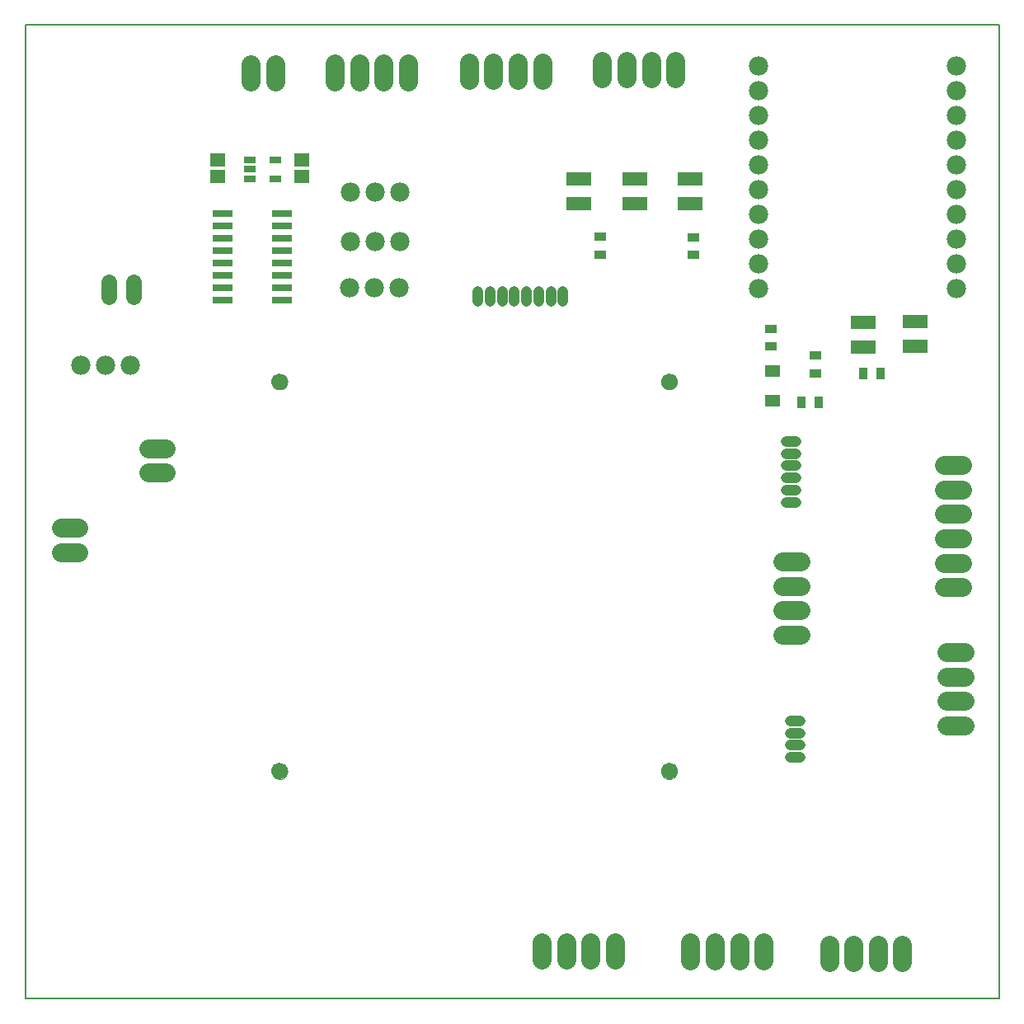
<source format=gts>
G75*
%MOIN*%
%OFA0B0*%
%FSLAX25Y25*%
%IPPOS*%
%LPD*%
%AMOC8*
5,1,8,0,0,1.08239X$1,22.5*
%
%ADD10C,0.00800*%
%ADD11C,0.00000*%
%ADD12C,0.06699*%
%ADD13R,0.06306X0.05518*%
%ADD14C,0.07605*%
%ADD15C,0.06400*%
%ADD16C,0.04369*%
%ADD17C,0.07800*%
%ADD18R,0.05912X0.05124*%
%ADD19R,0.10400X0.05400*%
%ADD20R,0.05124X0.02565*%
%ADD21R,0.08400X0.03000*%
%ADD22R,0.05124X0.03550*%
%ADD23R,0.03550X0.05124*%
D10*
X0075655Y0047033D02*
X0469356Y0047033D01*
X0469356Y0440734D01*
X0075655Y0440734D01*
X0075655Y0047033D01*
D11*
X0175261Y0138962D02*
X0175263Y0139074D01*
X0175269Y0139185D01*
X0175279Y0139297D01*
X0175293Y0139408D01*
X0175310Y0139518D01*
X0175332Y0139628D01*
X0175358Y0139737D01*
X0175387Y0139845D01*
X0175420Y0139951D01*
X0175457Y0140057D01*
X0175498Y0140161D01*
X0175543Y0140264D01*
X0175591Y0140365D01*
X0175642Y0140464D01*
X0175697Y0140561D01*
X0175756Y0140656D01*
X0175817Y0140750D01*
X0175882Y0140841D01*
X0175951Y0140929D01*
X0176022Y0141015D01*
X0176096Y0141099D01*
X0176174Y0141179D01*
X0176254Y0141257D01*
X0176337Y0141333D01*
X0176422Y0141405D01*
X0176510Y0141474D01*
X0176600Y0141540D01*
X0176693Y0141602D01*
X0176788Y0141662D01*
X0176885Y0141718D01*
X0176983Y0141770D01*
X0177084Y0141819D01*
X0177186Y0141864D01*
X0177290Y0141906D01*
X0177395Y0141944D01*
X0177502Y0141978D01*
X0177609Y0142008D01*
X0177718Y0142035D01*
X0177827Y0142057D01*
X0177938Y0142076D01*
X0178048Y0142091D01*
X0178160Y0142102D01*
X0178271Y0142109D01*
X0178383Y0142112D01*
X0178495Y0142111D01*
X0178607Y0142106D01*
X0178718Y0142097D01*
X0178829Y0142084D01*
X0178940Y0142067D01*
X0179050Y0142047D01*
X0179159Y0142022D01*
X0179267Y0141994D01*
X0179374Y0141961D01*
X0179480Y0141925D01*
X0179584Y0141885D01*
X0179687Y0141842D01*
X0179789Y0141795D01*
X0179888Y0141744D01*
X0179986Y0141690D01*
X0180082Y0141632D01*
X0180176Y0141571D01*
X0180267Y0141507D01*
X0180356Y0141440D01*
X0180443Y0141369D01*
X0180527Y0141295D01*
X0180609Y0141219D01*
X0180687Y0141139D01*
X0180763Y0141057D01*
X0180836Y0140972D01*
X0180906Y0140885D01*
X0180972Y0140795D01*
X0181036Y0140703D01*
X0181096Y0140609D01*
X0181153Y0140513D01*
X0181206Y0140414D01*
X0181256Y0140314D01*
X0181302Y0140213D01*
X0181345Y0140109D01*
X0181384Y0140004D01*
X0181419Y0139898D01*
X0181450Y0139791D01*
X0181478Y0139682D01*
X0181501Y0139573D01*
X0181521Y0139463D01*
X0181537Y0139352D01*
X0181549Y0139241D01*
X0181557Y0139130D01*
X0181561Y0139018D01*
X0181561Y0138906D01*
X0181557Y0138794D01*
X0181549Y0138683D01*
X0181537Y0138572D01*
X0181521Y0138461D01*
X0181501Y0138351D01*
X0181478Y0138242D01*
X0181450Y0138133D01*
X0181419Y0138026D01*
X0181384Y0137920D01*
X0181345Y0137815D01*
X0181302Y0137711D01*
X0181256Y0137610D01*
X0181206Y0137510D01*
X0181153Y0137411D01*
X0181096Y0137315D01*
X0181036Y0137221D01*
X0180972Y0137129D01*
X0180906Y0137039D01*
X0180836Y0136952D01*
X0180763Y0136867D01*
X0180687Y0136785D01*
X0180609Y0136705D01*
X0180527Y0136629D01*
X0180443Y0136555D01*
X0180356Y0136484D01*
X0180267Y0136417D01*
X0180176Y0136353D01*
X0180082Y0136292D01*
X0179986Y0136234D01*
X0179888Y0136180D01*
X0179789Y0136129D01*
X0179687Y0136082D01*
X0179584Y0136039D01*
X0179480Y0135999D01*
X0179374Y0135963D01*
X0179267Y0135930D01*
X0179159Y0135902D01*
X0179050Y0135877D01*
X0178940Y0135857D01*
X0178829Y0135840D01*
X0178718Y0135827D01*
X0178607Y0135818D01*
X0178495Y0135813D01*
X0178383Y0135812D01*
X0178271Y0135815D01*
X0178160Y0135822D01*
X0178048Y0135833D01*
X0177938Y0135848D01*
X0177827Y0135867D01*
X0177718Y0135889D01*
X0177609Y0135916D01*
X0177502Y0135946D01*
X0177395Y0135980D01*
X0177290Y0136018D01*
X0177186Y0136060D01*
X0177084Y0136105D01*
X0176983Y0136154D01*
X0176885Y0136206D01*
X0176788Y0136262D01*
X0176693Y0136322D01*
X0176600Y0136384D01*
X0176510Y0136450D01*
X0176422Y0136519D01*
X0176337Y0136591D01*
X0176254Y0136667D01*
X0176174Y0136745D01*
X0176096Y0136825D01*
X0176022Y0136909D01*
X0175951Y0136995D01*
X0175882Y0137083D01*
X0175817Y0137174D01*
X0175756Y0137268D01*
X0175697Y0137363D01*
X0175642Y0137460D01*
X0175591Y0137559D01*
X0175543Y0137660D01*
X0175498Y0137763D01*
X0175457Y0137867D01*
X0175420Y0137973D01*
X0175387Y0138079D01*
X0175358Y0138187D01*
X0175332Y0138296D01*
X0175310Y0138406D01*
X0175293Y0138516D01*
X0175279Y0138627D01*
X0175269Y0138739D01*
X0175263Y0138850D01*
X0175261Y0138962D01*
X0332741Y0138962D02*
X0332743Y0139074D01*
X0332749Y0139185D01*
X0332759Y0139297D01*
X0332773Y0139408D01*
X0332790Y0139518D01*
X0332812Y0139628D01*
X0332838Y0139737D01*
X0332867Y0139845D01*
X0332900Y0139951D01*
X0332937Y0140057D01*
X0332978Y0140161D01*
X0333023Y0140264D01*
X0333071Y0140365D01*
X0333122Y0140464D01*
X0333177Y0140561D01*
X0333236Y0140656D01*
X0333297Y0140750D01*
X0333362Y0140841D01*
X0333431Y0140929D01*
X0333502Y0141015D01*
X0333576Y0141099D01*
X0333654Y0141179D01*
X0333734Y0141257D01*
X0333817Y0141333D01*
X0333902Y0141405D01*
X0333990Y0141474D01*
X0334080Y0141540D01*
X0334173Y0141602D01*
X0334268Y0141662D01*
X0334365Y0141718D01*
X0334463Y0141770D01*
X0334564Y0141819D01*
X0334666Y0141864D01*
X0334770Y0141906D01*
X0334875Y0141944D01*
X0334982Y0141978D01*
X0335089Y0142008D01*
X0335198Y0142035D01*
X0335307Y0142057D01*
X0335418Y0142076D01*
X0335528Y0142091D01*
X0335640Y0142102D01*
X0335751Y0142109D01*
X0335863Y0142112D01*
X0335975Y0142111D01*
X0336087Y0142106D01*
X0336198Y0142097D01*
X0336309Y0142084D01*
X0336420Y0142067D01*
X0336530Y0142047D01*
X0336639Y0142022D01*
X0336747Y0141994D01*
X0336854Y0141961D01*
X0336960Y0141925D01*
X0337064Y0141885D01*
X0337167Y0141842D01*
X0337269Y0141795D01*
X0337368Y0141744D01*
X0337466Y0141690D01*
X0337562Y0141632D01*
X0337656Y0141571D01*
X0337747Y0141507D01*
X0337836Y0141440D01*
X0337923Y0141369D01*
X0338007Y0141295D01*
X0338089Y0141219D01*
X0338167Y0141139D01*
X0338243Y0141057D01*
X0338316Y0140972D01*
X0338386Y0140885D01*
X0338452Y0140795D01*
X0338516Y0140703D01*
X0338576Y0140609D01*
X0338633Y0140513D01*
X0338686Y0140414D01*
X0338736Y0140314D01*
X0338782Y0140213D01*
X0338825Y0140109D01*
X0338864Y0140004D01*
X0338899Y0139898D01*
X0338930Y0139791D01*
X0338958Y0139682D01*
X0338981Y0139573D01*
X0339001Y0139463D01*
X0339017Y0139352D01*
X0339029Y0139241D01*
X0339037Y0139130D01*
X0339041Y0139018D01*
X0339041Y0138906D01*
X0339037Y0138794D01*
X0339029Y0138683D01*
X0339017Y0138572D01*
X0339001Y0138461D01*
X0338981Y0138351D01*
X0338958Y0138242D01*
X0338930Y0138133D01*
X0338899Y0138026D01*
X0338864Y0137920D01*
X0338825Y0137815D01*
X0338782Y0137711D01*
X0338736Y0137610D01*
X0338686Y0137510D01*
X0338633Y0137411D01*
X0338576Y0137315D01*
X0338516Y0137221D01*
X0338452Y0137129D01*
X0338386Y0137039D01*
X0338316Y0136952D01*
X0338243Y0136867D01*
X0338167Y0136785D01*
X0338089Y0136705D01*
X0338007Y0136629D01*
X0337923Y0136555D01*
X0337836Y0136484D01*
X0337747Y0136417D01*
X0337656Y0136353D01*
X0337562Y0136292D01*
X0337466Y0136234D01*
X0337368Y0136180D01*
X0337269Y0136129D01*
X0337167Y0136082D01*
X0337064Y0136039D01*
X0336960Y0135999D01*
X0336854Y0135963D01*
X0336747Y0135930D01*
X0336639Y0135902D01*
X0336530Y0135877D01*
X0336420Y0135857D01*
X0336309Y0135840D01*
X0336198Y0135827D01*
X0336087Y0135818D01*
X0335975Y0135813D01*
X0335863Y0135812D01*
X0335751Y0135815D01*
X0335640Y0135822D01*
X0335528Y0135833D01*
X0335418Y0135848D01*
X0335307Y0135867D01*
X0335198Y0135889D01*
X0335089Y0135916D01*
X0334982Y0135946D01*
X0334875Y0135980D01*
X0334770Y0136018D01*
X0334666Y0136060D01*
X0334564Y0136105D01*
X0334463Y0136154D01*
X0334365Y0136206D01*
X0334268Y0136262D01*
X0334173Y0136322D01*
X0334080Y0136384D01*
X0333990Y0136450D01*
X0333902Y0136519D01*
X0333817Y0136591D01*
X0333734Y0136667D01*
X0333654Y0136745D01*
X0333576Y0136825D01*
X0333502Y0136909D01*
X0333431Y0136995D01*
X0333362Y0137083D01*
X0333297Y0137174D01*
X0333236Y0137268D01*
X0333177Y0137363D01*
X0333122Y0137460D01*
X0333071Y0137559D01*
X0333023Y0137660D01*
X0332978Y0137763D01*
X0332937Y0137867D01*
X0332900Y0137973D01*
X0332867Y0138079D01*
X0332838Y0138187D01*
X0332812Y0138296D01*
X0332790Y0138406D01*
X0332773Y0138516D01*
X0332759Y0138627D01*
X0332749Y0138739D01*
X0332743Y0138850D01*
X0332741Y0138962D01*
X0332741Y0296443D02*
X0332743Y0296555D01*
X0332749Y0296666D01*
X0332759Y0296778D01*
X0332773Y0296889D01*
X0332790Y0296999D01*
X0332812Y0297109D01*
X0332838Y0297218D01*
X0332867Y0297326D01*
X0332900Y0297432D01*
X0332937Y0297538D01*
X0332978Y0297642D01*
X0333023Y0297745D01*
X0333071Y0297846D01*
X0333122Y0297945D01*
X0333177Y0298042D01*
X0333236Y0298137D01*
X0333297Y0298231D01*
X0333362Y0298322D01*
X0333431Y0298410D01*
X0333502Y0298496D01*
X0333576Y0298580D01*
X0333654Y0298660D01*
X0333734Y0298738D01*
X0333817Y0298814D01*
X0333902Y0298886D01*
X0333990Y0298955D01*
X0334080Y0299021D01*
X0334173Y0299083D01*
X0334268Y0299143D01*
X0334365Y0299199D01*
X0334463Y0299251D01*
X0334564Y0299300D01*
X0334666Y0299345D01*
X0334770Y0299387D01*
X0334875Y0299425D01*
X0334982Y0299459D01*
X0335089Y0299489D01*
X0335198Y0299516D01*
X0335307Y0299538D01*
X0335418Y0299557D01*
X0335528Y0299572D01*
X0335640Y0299583D01*
X0335751Y0299590D01*
X0335863Y0299593D01*
X0335975Y0299592D01*
X0336087Y0299587D01*
X0336198Y0299578D01*
X0336309Y0299565D01*
X0336420Y0299548D01*
X0336530Y0299528D01*
X0336639Y0299503D01*
X0336747Y0299475D01*
X0336854Y0299442D01*
X0336960Y0299406D01*
X0337064Y0299366D01*
X0337167Y0299323D01*
X0337269Y0299276D01*
X0337368Y0299225D01*
X0337466Y0299171D01*
X0337562Y0299113D01*
X0337656Y0299052D01*
X0337747Y0298988D01*
X0337836Y0298921D01*
X0337923Y0298850D01*
X0338007Y0298776D01*
X0338089Y0298700D01*
X0338167Y0298620D01*
X0338243Y0298538D01*
X0338316Y0298453D01*
X0338386Y0298366D01*
X0338452Y0298276D01*
X0338516Y0298184D01*
X0338576Y0298090D01*
X0338633Y0297994D01*
X0338686Y0297895D01*
X0338736Y0297795D01*
X0338782Y0297694D01*
X0338825Y0297590D01*
X0338864Y0297485D01*
X0338899Y0297379D01*
X0338930Y0297272D01*
X0338958Y0297163D01*
X0338981Y0297054D01*
X0339001Y0296944D01*
X0339017Y0296833D01*
X0339029Y0296722D01*
X0339037Y0296611D01*
X0339041Y0296499D01*
X0339041Y0296387D01*
X0339037Y0296275D01*
X0339029Y0296164D01*
X0339017Y0296053D01*
X0339001Y0295942D01*
X0338981Y0295832D01*
X0338958Y0295723D01*
X0338930Y0295614D01*
X0338899Y0295507D01*
X0338864Y0295401D01*
X0338825Y0295296D01*
X0338782Y0295192D01*
X0338736Y0295091D01*
X0338686Y0294991D01*
X0338633Y0294892D01*
X0338576Y0294796D01*
X0338516Y0294702D01*
X0338452Y0294610D01*
X0338386Y0294520D01*
X0338316Y0294433D01*
X0338243Y0294348D01*
X0338167Y0294266D01*
X0338089Y0294186D01*
X0338007Y0294110D01*
X0337923Y0294036D01*
X0337836Y0293965D01*
X0337747Y0293898D01*
X0337656Y0293834D01*
X0337562Y0293773D01*
X0337466Y0293715D01*
X0337368Y0293661D01*
X0337269Y0293610D01*
X0337167Y0293563D01*
X0337064Y0293520D01*
X0336960Y0293480D01*
X0336854Y0293444D01*
X0336747Y0293411D01*
X0336639Y0293383D01*
X0336530Y0293358D01*
X0336420Y0293338D01*
X0336309Y0293321D01*
X0336198Y0293308D01*
X0336087Y0293299D01*
X0335975Y0293294D01*
X0335863Y0293293D01*
X0335751Y0293296D01*
X0335640Y0293303D01*
X0335528Y0293314D01*
X0335418Y0293329D01*
X0335307Y0293348D01*
X0335198Y0293370D01*
X0335089Y0293397D01*
X0334982Y0293427D01*
X0334875Y0293461D01*
X0334770Y0293499D01*
X0334666Y0293541D01*
X0334564Y0293586D01*
X0334463Y0293635D01*
X0334365Y0293687D01*
X0334268Y0293743D01*
X0334173Y0293803D01*
X0334080Y0293865D01*
X0333990Y0293931D01*
X0333902Y0294000D01*
X0333817Y0294072D01*
X0333734Y0294148D01*
X0333654Y0294226D01*
X0333576Y0294306D01*
X0333502Y0294390D01*
X0333431Y0294476D01*
X0333362Y0294564D01*
X0333297Y0294655D01*
X0333236Y0294749D01*
X0333177Y0294844D01*
X0333122Y0294941D01*
X0333071Y0295040D01*
X0333023Y0295141D01*
X0332978Y0295244D01*
X0332937Y0295348D01*
X0332900Y0295454D01*
X0332867Y0295560D01*
X0332838Y0295668D01*
X0332812Y0295777D01*
X0332790Y0295887D01*
X0332773Y0295997D01*
X0332759Y0296108D01*
X0332749Y0296220D01*
X0332743Y0296331D01*
X0332741Y0296443D01*
X0175261Y0296443D02*
X0175263Y0296555D01*
X0175269Y0296666D01*
X0175279Y0296778D01*
X0175293Y0296889D01*
X0175310Y0296999D01*
X0175332Y0297109D01*
X0175358Y0297218D01*
X0175387Y0297326D01*
X0175420Y0297432D01*
X0175457Y0297538D01*
X0175498Y0297642D01*
X0175543Y0297745D01*
X0175591Y0297846D01*
X0175642Y0297945D01*
X0175697Y0298042D01*
X0175756Y0298137D01*
X0175817Y0298231D01*
X0175882Y0298322D01*
X0175951Y0298410D01*
X0176022Y0298496D01*
X0176096Y0298580D01*
X0176174Y0298660D01*
X0176254Y0298738D01*
X0176337Y0298814D01*
X0176422Y0298886D01*
X0176510Y0298955D01*
X0176600Y0299021D01*
X0176693Y0299083D01*
X0176788Y0299143D01*
X0176885Y0299199D01*
X0176983Y0299251D01*
X0177084Y0299300D01*
X0177186Y0299345D01*
X0177290Y0299387D01*
X0177395Y0299425D01*
X0177502Y0299459D01*
X0177609Y0299489D01*
X0177718Y0299516D01*
X0177827Y0299538D01*
X0177938Y0299557D01*
X0178048Y0299572D01*
X0178160Y0299583D01*
X0178271Y0299590D01*
X0178383Y0299593D01*
X0178495Y0299592D01*
X0178607Y0299587D01*
X0178718Y0299578D01*
X0178829Y0299565D01*
X0178940Y0299548D01*
X0179050Y0299528D01*
X0179159Y0299503D01*
X0179267Y0299475D01*
X0179374Y0299442D01*
X0179480Y0299406D01*
X0179584Y0299366D01*
X0179687Y0299323D01*
X0179789Y0299276D01*
X0179888Y0299225D01*
X0179986Y0299171D01*
X0180082Y0299113D01*
X0180176Y0299052D01*
X0180267Y0298988D01*
X0180356Y0298921D01*
X0180443Y0298850D01*
X0180527Y0298776D01*
X0180609Y0298700D01*
X0180687Y0298620D01*
X0180763Y0298538D01*
X0180836Y0298453D01*
X0180906Y0298366D01*
X0180972Y0298276D01*
X0181036Y0298184D01*
X0181096Y0298090D01*
X0181153Y0297994D01*
X0181206Y0297895D01*
X0181256Y0297795D01*
X0181302Y0297694D01*
X0181345Y0297590D01*
X0181384Y0297485D01*
X0181419Y0297379D01*
X0181450Y0297272D01*
X0181478Y0297163D01*
X0181501Y0297054D01*
X0181521Y0296944D01*
X0181537Y0296833D01*
X0181549Y0296722D01*
X0181557Y0296611D01*
X0181561Y0296499D01*
X0181561Y0296387D01*
X0181557Y0296275D01*
X0181549Y0296164D01*
X0181537Y0296053D01*
X0181521Y0295942D01*
X0181501Y0295832D01*
X0181478Y0295723D01*
X0181450Y0295614D01*
X0181419Y0295507D01*
X0181384Y0295401D01*
X0181345Y0295296D01*
X0181302Y0295192D01*
X0181256Y0295091D01*
X0181206Y0294991D01*
X0181153Y0294892D01*
X0181096Y0294796D01*
X0181036Y0294702D01*
X0180972Y0294610D01*
X0180906Y0294520D01*
X0180836Y0294433D01*
X0180763Y0294348D01*
X0180687Y0294266D01*
X0180609Y0294186D01*
X0180527Y0294110D01*
X0180443Y0294036D01*
X0180356Y0293965D01*
X0180267Y0293898D01*
X0180176Y0293834D01*
X0180082Y0293773D01*
X0179986Y0293715D01*
X0179888Y0293661D01*
X0179789Y0293610D01*
X0179687Y0293563D01*
X0179584Y0293520D01*
X0179480Y0293480D01*
X0179374Y0293444D01*
X0179267Y0293411D01*
X0179159Y0293383D01*
X0179050Y0293358D01*
X0178940Y0293338D01*
X0178829Y0293321D01*
X0178718Y0293308D01*
X0178607Y0293299D01*
X0178495Y0293294D01*
X0178383Y0293293D01*
X0178271Y0293296D01*
X0178160Y0293303D01*
X0178048Y0293314D01*
X0177938Y0293329D01*
X0177827Y0293348D01*
X0177718Y0293370D01*
X0177609Y0293397D01*
X0177502Y0293427D01*
X0177395Y0293461D01*
X0177290Y0293499D01*
X0177186Y0293541D01*
X0177084Y0293586D01*
X0176983Y0293635D01*
X0176885Y0293687D01*
X0176788Y0293743D01*
X0176693Y0293803D01*
X0176600Y0293865D01*
X0176510Y0293931D01*
X0176422Y0294000D01*
X0176337Y0294072D01*
X0176254Y0294148D01*
X0176174Y0294226D01*
X0176096Y0294306D01*
X0176022Y0294390D01*
X0175951Y0294476D01*
X0175882Y0294564D01*
X0175817Y0294655D01*
X0175756Y0294749D01*
X0175697Y0294844D01*
X0175642Y0294941D01*
X0175591Y0295040D01*
X0175543Y0295141D01*
X0175498Y0295244D01*
X0175457Y0295348D01*
X0175420Y0295454D01*
X0175387Y0295560D01*
X0175358Y0295668D01*
X0175332Y0295777D01*
X0175310Y0295887D01*
X0175293Y0295997D01*
X0175279Y0296108D01*
X0175269Y0296220D01*
X0175263Y0296331D01*
X0175261Y0296443D01*
D12*
X0178411Y0296443D03*
X0335891Y0296443D03*
X0335891Y0138962D03*
X0178411Y0138962D03*
D13*
X0187348Y0379277D03*
X0187348Y0385970D03*
X0153332Y0385970D03*
X0153332Y0379277D03*
D14*
X0166876Y0417683D02*
X0166876Y0424887D01*
X0176718Y0424887D02*
X0176718Y0417683D01*
X0200813Y0417860D02*
X0200813Y0425065D01*
X0210655Y0425065D02*
X0210655Y0417860D01*
X0220498Y0417860D02*
X0220498Y0425065D01*
X0230340Y0425065D02*
X0230340Y0417860D01*
X0255045Y0418372D02*
X0255045Y0425576D01*
X0264887Y0425576D02*
X0264887Y0418372D01*
X0274730Y0418372D02*
X0274730Y0425576D01*
X0284572Y0425576D02*
X0284572Y0418372D01*
X0308883Y0419002D02*
X0308883Y0426206D01*
X0318726Y0426206D02*
X0318726Y0419002D01*
X0328569Y0419002D02*
X0328569Y0426206D01*
X0338411Y0426206D02*
X0338411Y0419002D01*
X0447210Y0262624D02*
X0454415Y0262624D01*
X0454415Y0252781D02*
X0447210Y0252781D01*
X0447210Y0242939D02*
X0454415Y0242939D01*
X0454415Y0233096D02*
X0447210Y0233096D01*
X0447210Y0223254D02*
X0454415Y0223254D01*
X0454415Y0213411D02*
X0447210Y0213411D01*
X0448037Y0187072D02*
X0455242Y0187072D01*
X0455242Y0177230D02*
X0448037Y0177230D01*
X0448037Y0167387D02*
X0455242Y0167387D01*
X0455242Y0157545D02*
X0448037Y0157545D01*
X0388903Y0194159D02*
X0381698Y0194159D01*
X0381698Y0204002D02*
X0388903Y0204002D01*
X0388903Y0213844D02*
X0381698Y0213844D01*
X0381698Y0223687D02*
X0388903Y0223687D01*
X0374080Y0069769D02*
X0374080Y0062565D01*
X0364238Y0062565D02*
X0364238Y0069769D01*
X0354395Y0069769D02*
X0354395Y0062565D01*
X0344553Y0062565D02*
X0344553Y0069769D01*
X0313962Y0069887D02*
X0313962Y0062683D01*
X0304120Y0062683D02*
X0304120Y0069887D01*
X0294277Y0069887D02*
X0294277Y0062683D01*
X0284435Y0062683D02*
X0284435Y0069887D01*
X0400616Y0068903D02*
X0400616Y0061698D01*
X0410458Y0061698D02*
X0410458Y0068903D01*
X0420301Y0068903D02*
X0420301Y0061698D01*
X0430143Y0061698D02*
X0430143Y0068903D01*
X0132525Y0259631D02*
X0125320Y0259631D01*
X0125320Y0269474D02*
X0132525Y0269474D01*
X0097210Y0237387D02*
X0090006Y0237387D01*
X0090006Y0227545D02*
X0097210Y0227545D01*
D15*
X0109494Y0330628D02*
X0109494Y0336628D01*
X0119494Y0336628D02*
X0119494Y0330628D01*
D16*
X0258391Y0329222D02*
X0258391Y0333191D01*
X0263313Y0333191D02*
X0263313Y0329222D01*
X0268234Y0329222D02*
X0268234Y0333191D01*
X0273155Y0333191D02*
X0273155Y0329222D01*
X0278076Y0329222D02*
X0278076Y0333191D01*
X0282998Y0333191D02*
X0282998Y0329222D01*
X0287919Y0329222D02*
X0287919Y0333191D01*
X0292840Y0333191D02*
X0292840Y0329222D01*
X0383041Y0272486D02*
X0387009Y0272486D01*
X0387009Y0267565D02*
X0383041Y0267565D01*
X0383041Y0262643D02*
X0387009Y0262643D01*
X0387009Y0257722D02*
X0383041Y0257722D01*
X0383041Y0252801D02*
X0387009Y0252801D01*
X0387009Y0247880D02*
X0383041Y0247880D01*
X0384616Y0159474D02*
X0388584Y0159474D01*
X0388584Y0154553D02*
X0384616Y0154553D01*
X0384616Y0149631D02*
X0388584Y0149631D01*
X0388584Y0144710D02*
X0384616Y0144710D01*
D17*
X0372072Y0334120D03*
X0372072Y0344120D03*
X0372072Y0354120D03*
X0372072Y0364120D03*
X0372072Y0374120D03*
X0372072Y0384120D03*
X0372072Y0394120D03*
X0372072Y0404120D03*
X0372072Y0414120D03*
X0372072Y0424120D03*
X0452072Y0424120D03*
X0452072Y0414120D03*
X0452072Y0404120D03*
X0452072Y0394120D03*
X0452072Y0384120D03*
X0452072Y0374120D03*
X0452072Y0364120D03*
X0452072Y0354120D03*
X0452072Y0344120D03*
X0452072Y0334120D03*
X0226876Y0334317D03*
X0216876Y0334317D03*
X0206876Y0334317D03*
X0206915Y0353096D03*
X0216915Y0353096D03*
X0226915Y0353096D03*
X0226915Y0373096D03*
X0216915Y0373096D03*
X0206915Y0373096D03*
X0118214Y0303017D03*
X0108214Y0303017D03*
X0098214Y0303017D03*
D18*
X0377584Y0300616D03*
X0377584Y0288805D03*
D19*
X0414435Y0310419D03*
X0414435Y0320419D03*
X0435419Y0320931D03*
X0435419Y0310931D03*
X0344474Y0368411D03*
X0344474Y0378411D03*
X0321954Y0378529D03*
X0321954Y0368529D03*
X0299317Y0368293D03*
X0299317Y0378293D03*
D20*
X0176777Y0378549D03*
X0176777Y0386029D03*
X0166541Y0386029D03*
X0166541Y0382289D03*
X0166541Y0378549D03*
D21*
X0155346Y0364336D03*
X0155346Y0359336D03*
X0155346Y0354336D03*
X0155346Y0349336D03*
X0155346Y0344336D03*
X0155346Y0339336D03*
X0155346Y0334336D03*
X0155346Y0329336D03*
X0179546Y0329336D03*
X0179546Y0334336D03*
X0179546Y0339336D03*
X0179546Y0344336D03*
X0179546Y0349336D03*
X0179546Y0354336D03*
X0179546Y0359336D03*
X0179546Y0364336D03*
D22*
X0308057Y0354966D03*
X0308057Y0347879D03*
X0345734Y0347840D03*
X0345734Y0354926D03*
X0377072Y0317860D03*
X0377072Y0310773D03*
X0395143Y0306954D03*
X0395143Y0299868D03*
D23*
X0396443Y0287939D03*
X0389356Y0287939D03*
X0414317Y0299828D03*
X0421403Y0299828D03*
M02*

</source>
